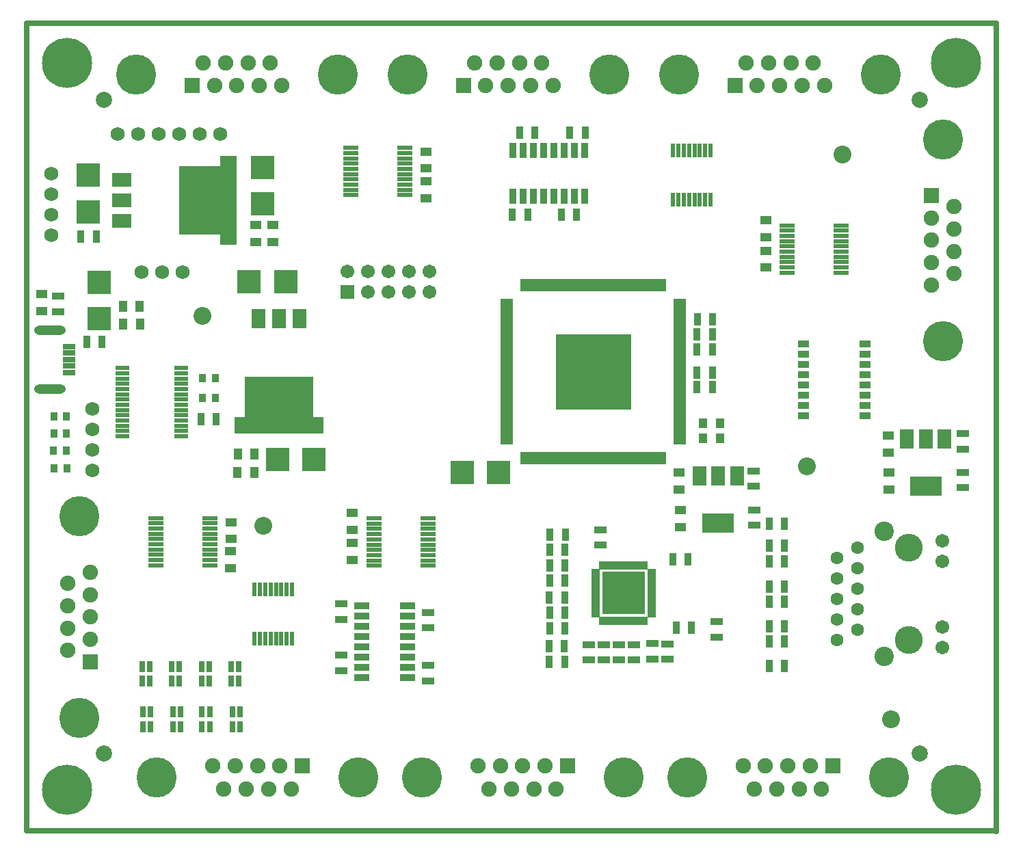
<source format=gts>
G04*
G04 #@! TF.GenerationSoftware,Altium Limited,Altium Designer,18.1.7 (191)*
G04*
G04 Layer_Color=8388736*
%FSLAX24Y24*%
%MOIN*%
G70*
G01*
G75*
%ADD25C,0.0250*%
%ADD56R,0.3360X0.2080*%
%ADD57R,0.0680X0.0930*%
%ADD58R,0.4330X0.0830*%
%ADD59R,0.0552X0.0434*%
%ADD60R,0.0730X0.0320*%
%ADD61C,0.0787*%
%ADD62R,0.1182X0.1182*%
%ADD63R,0.2080X0.3360*%
%ADD64R,0.0930X0.0680*%
%ADD65R,0.0830X0.4330*%
%ADD66R,0.0631X0.0277*%
%ADD67R,0.0592X0.0356*%
%ADD68R,0.0434X0.0552*%
%ADD69R,0.0356X0.0592*%
%ADD70R,0.0671X0.0237*%
%ADD71R,0.0356X0.0395*%
%ADD72R,0.0399X0.0190*%
%ADD73R,0.0190X0.0399*%
%ADD74R,0.2088X0.2088*%
%ADD75R,0.0671X0.0926*%
%ADD76R,0.1576X0.0926*%
%ADD77R,0.0240X0.0705*%
%ADD78R,0.0320X0.0730*%
%ADD79R,0.0722X0.0249*%
%ADD80R,0.1182X0.1182*%
%ADD81R,0.0316X0.0552*%
%ADD82R,0.3655X0.3655*%
%ADD83R,0.0631X0.0198*%
%ADD84R,0.0198X0.0631*%
%ADD85R,0.0434X0.0474*%
%ADD86R,0.0580X0.0379*%
%ADD87C,0.0680*%
%ADD88C,0.0671*%
%ADD89R,0.0671X0.0671*%
%ADD90C,0.2442*%
%ADD91O,0.1537X0.0434*%
%ADD92C,0.1954*%
%ADD93R,0.0749X0.0749*%
%ADD94C,0.0749*%
%ADD95R,0.0749X0.0749*%
%ADD96C,0.0867*%
%ADD97C,0.0946*%
%ADD98C,0.0631*%
%ADD99C,0.1360*%
%ADD100C,0.0580*%
%ADD101C,0.0360*%
D25*
X0Y0D02*
X27Y-27D01*
X47257D01*
X47261Y-32D01*
Y49D01*
Y39359D01*
X47263Y39361D01*
X20D02*
X47263D01*
X0Y39340D02*
X20Y39361D01*
X0Y0D02*
Y39340D01*
D56*
X12295Y21097D02*
D03*
D57*
X11295Y24947D02*
D03*
X12295D02*
D03*
X13295D02*
D03*
D58*
X12295Y19747D02*
D03*
D59*
X15869Y13196D02*
D03*
Y14023D02*
D03*
X9931Y13622D02*
D03*
Y12795D02*
D03*
X19446Y33100D02*
D03*
Y32274D02*
D03*
X19446Y31647D02*
D03*
Y30820D02*
D03*
X11150Y29520D02*
D03*
Y28693D02*
D03*
X11990Y29513D02*
D03*
Y28687D02*
D03*
X733Y26143D02*
D03*
Y25316D02*
D03*
X31801Y17436D02*
D03*
Y16609D02*
D03*
X31841Y15616D02*
D03*
Y14789D02*
D03*
X42018Y17442D02*
D03*
Y16615D02*
D03*
X41978Y19262D02*
D03*
Y18435D02*
D03*
X36023Y28909D02*
D03*
Y29736D02*
D03*
Y27439D02*
D03*
Y28266D02*
D03*
X9943Y14206D02*
D03*
Y15033D02*
D03*
X15869Y15480D02*
D03*
Y14653D02*
D03*
D60*
X18552Y7467D02*
D03*
Y7967D02*
D03*
Y8467D02*
D03*
Y8967D02*
D03*
Y9467D02*
D03*
Y9967D02*
D03*
Y10467D02*
D03*
Y10967D02*
D03*
X16322D02*
D03*
Y10467D02*
D03*
Y9967D02*
D03*
Y9467D02*
D03*
Y8967D02*
D03*
Y8467D02*
D03*
Y7967D02*
D03*
Y7467D02*
D03*
D61*
X3740Y35630D02*
D03*
X43504Y3740D02*
D03*
X3740D02*
D03*
X43504Y35630D02*
D03*
D62*
X12607Y26758D02*
D03*
X10835D02*
D03*
X13975Y18077D02*
D03*
X12204D02*
D03*
X22984Y17447D02*
D03*
X21213D02*
D03*
D63*
X8470Y30720D02*
D03*
D64*
X4620Y29720D02*
D03*
Y30720D02*
D03*
Y31720D02*
D03*
D65*
X9820Y30720D02*
D03*
D66*
X2070Y22328D02*
D03*
Y22643D02*
D03*
Y22958D02*
D03*
Y23273D02*
D03*
Y23587D02*
D03*
D67*
X1531Y25297D02*
D03*
Y26045D02*
D03*
X27937Y13917D02*
D03*
Y14665D02*
D03*
X27381Y9064D02*
D03*
Y8316D02*
D03*
X28111Y9064D02*
D03*
Y8316D02*
D03*
X28851D02*
D03*
Y9064D02*
D03*
X29581Y9058D02*
D03*
Y8310D02*
D03*
X30471Y9104D02*
D03*
Y8356D02*
D03*
X31211Y8346D02*
D03*
Y9094D02*
D03*
X35451Y15627D02*
D03*
Y14879D02*
D03*
X35431Y17517D02*
D03*
Y16769D02*
D03*
X19540Y8038D02*
D03*
Y7290D02*
D03*
X19540Y9873D02*
D03*
Y10621D02*
D03*
X15326Y10297D02*
D03*
Y11045D02*
D03*
X15326Y8544D02*
D03*
Y7796D02*
D03*
X45608Y19342D02*
D03*
Y18594D02*
D03*
X45628Y17452D02*
D03*
Y16704D02*
D03*
X33617Y10178D02*
D03*
Y9430D02*
D03*
D68*
X4677Y25560D02*
D03*
X5503D02*
D03*
X4697Y24690D02*
D03*
X5523D02*
D03*
X11091Y17452D02*
D03*
X10264D02*
D03*
X11099Y18337D02*
D03*
X10272D02*
D03*
D69*
X3654Y23810D02*
D03*
X2906D02*
D03*
X9221Y20044D02*
D03*
X8473D02*
D03*
X25503Y14408D02*
D03*
X26251D02*
D03*
X26224Y13673D02*
D03*
X25476D02*
D03*
X26224Y12923D02*
D03*
X25476D02*
D03*
X26234Y12175D02*
D03*
X25486D02*
D03*
X26215Y11360D02*
D03*
X25467D02*
D03*
X26225Y10620D02*
D03*
X25477D02*
D03*
X25473Y9839D02*
D03*
X26221D02*
D03*
X26196Y8983D02*
D03*
X25448D02*
D03*
X25458Y8223D02*
D03*
X26206D02*
D03*
X36928Y8028D02*
D03*
X36180D02*
D03*
X36928Y9204D02*
D03*
X36180D02*
D03*
X36928Y9947D02*
D03*
X36180D02*
D03*
X36928Y11140D02*
D03*
X36180D02*
D03*
X36928Y11883D02*
D03*
X36180D02*
D03*
X36928Y13135D02*
D03*
X36180D02*
D03*
X36928Y13878D02*
D03*
X36180D02*
D03*
X36928Y14938D02*
D03*
X36180D02*
D03*
X32659Y21614D02*
D03*
X33407D02*
D03*
X32668Y22328D02*
D03*
X33416D02*
D03*
X32668Y23458D02*
D03*
X33417D02*
D03*
X32668Y24178D02*
D03*
X33416D02*
D03*
X32674Y24918D02*
D03*
X33422D02*
D03*
X26787Y30013D02*
D03*
X26039D02*
D03*
X23659Y30013D02*
D03*
X24407D02*
D03*
X24013Y34025D02*
D03*
X24761D02*
D03*
X26457Y34025D02*
D03*
X27206D02*
D03*
X3380Y28960D02*
D03*
X2632D02*
D03*
X31472Y13205D02*
D03*
X32220D02*
D03*
X31637Y9890D02*
D03*
X32385D02*
D03*
D70*
X7524Y22543D02*
D03*
Y22287D02*
D03*
Y22031D02*
D03*
Y21775D02*
D03*
Y21520D02*
D03*
Y21264D02*
D03*
Y21008D02*
D03*
Y20752D02*
D03*
Y20496D02*
D03*
Y20240D02*
D03*
Y19984D02*
D03*
Y19728D02*
D03*
Y19472D02*
D03*
Y19216D02*
D03*
X4670D02*
D03*
Y19472D02*
D03*
Y19728D02*
D03*
Y19984D02*
D03*
Y20240D02*
D03*
Y20496D02*
D03*
Y20752D02*
D03*
Y21008D02*
D03*
Y21264D02*
D03*
Y21520D02*
D03*
Y21775D02*
D03*
Y22031D02*
D03*
Y22287D02*
D03*
Y22543D02*
D03*
D71*
X8545Y21080D02*
D03*
X9175D02*
D03*
X8546Y22047D02*
D03*
X9175D02*
D03*
X1305Y19350D02*
D03*
X1935D02*
D03*
X1326Y17660D02*
D03*
X1956D02*
D03*
X1301Y18515D02*
D03*
X1931D02*
D03*
X1305Y20169D02*
D03*
X1935D02*
D03*
D72*
X30439Y10487D02*
D03*
Y10684D02*
D03*
Y10881D02*
D03*
Y11078D02*
D03*
Y11275D02*
D03*
Y11472D02*
D03*
Y11669D02*
D03*
Y11865D02*
D03*
Y12062D02*
D03*
Y12259D02*
D03*
Y12456D02*
D03*
Y12653D02*
D03*
X27722D02*
D03*
Y12456D02*
D03*
Y12259D02*
D03*
Y12062D02*
D03*
Y11865D02*
D03*
Y11669D02*
D03*
Y11472D02*
D03*
Y11275D02*
D03*
Y11078D02*
D03*
Y10881D02*
D03*
Y10684D02*
D03*
Y10487D02*
D03*
D73*
X30163Y12928D02*
D03*
X29967D02*
D03*
X29770D02*
D03*
X29573D02*
D03*
X29376D02*
D03*
X29179D02*
D03*
X28982D02*
D03*
X28785D02*
D03*
X28589D02*
D03*
X28392D02*
D03*
X28195D02*
D03*
X27998D02*
D03*
Y10212D02*
D03*
X28195D02*
D03*
X28392D02*
D03*
X28589D02*
D03*
X28785D02*
D03*
X28982D02*
D03*
X29179D02*
D03*
X29376D02*
D03*
X29573D02*
D03*
X29770D02*
D03*
X29967D02*
D03*
X30163D02*
D03*
D74*
X29081Y11570D02*
D03*
D75*
X44714Y19100D02*
D03*
X43808D02*
D03*
X42903D02*
D03*
X32796Y17274D02*
D03*
X33701D02*
D03*
X34607D02*
D03*
D76*
X43808Y16797D02*
D03*
X33701Y14971D02*
D03*
D77*
X31500Y33148D02*
D03*
X31760D02*
D03*
X32020D02*
D03*
X32280D02*
D03*
X32540D02*
D03*
X32800D02*
D03*
X33060D02*
D03*
X33320D02*
D03*
Y30753D02*
D03*
X33060D02*
D03*
X32800D02*
D03*
X32540D02*
D03*
X32280D02*
D03*
X32020D02*
D03*
X31760D02*
D03*
X31500D02*
D03*
X11358Y9352D02*
D03*
X11618D02*
D03*
X11098D02*
D03*
X11878D02*
D03*
X12138D02*
D03*
X12398D02*
D03*
X12658D02*
D03*
X12918D02*
D03*
Y11747D02*
D03*
X12658D02*
D03*
X12398D02*
D03*
X12138D02*
D03*
X11878D02*
D03*
X11618D02*
D03*
X11358D02*
D03*
X11098D02*
D03*
D78*
X23684Y30930D02*
D03*
X24184D02*
D03*
X24684D02*
D03*
X25184D02*
D03*
X25684D02*
D03*
X27184D02*
D03*
Y33160D02*
D03*
X26684D02*
D03*
X26184D02*
D03*
X25684D02*
D03*
X25184D02*
D03*
X24684D02*
D03*
X24184D02*
D03*
X23684D02*
D03*
X26684Y30930D02*
D03*
X26184D02*
D03*
D79*
X6295Y12931D02*
D03*
Y13186D02*
D03*
Y13442D02*
D03*
Y13698D02*
D03*
Y13954D02*
D03*
Y14210D02*
D03*
Y14466D02*
D03*
Y14722D02*
D03*
Y14978D02*
D03*
Y15234D02*
D03*
X8929Y15234D02*
D03*
Y14978D02*
D03*
Y14722D02*
D03*
Y14466D02*
D03*
Y14210D02*
D03*
Y13954D02*
D03*
Y13698D02*
D03*
Y13442D02*
D03*
Y13186D02*
D03*
Y12931D02*
D03*
X16905Y15214D02*
D03*
Y14958D02*
D03*
Y14702D02*
D03*
Y14446D02*
D03*
Y14191D02*
D03*
Y13935D02*
D03*
Y13679D02*
D03*
Y13423D02*
D03*
Y13167D02*
D03*
Y12911D02*
D03*
X19539Y12911D02*
D03*
Y13167D02*
D03*
Y13423D02*
D03*
Y13679D02*
D03*
Y13935D02*
D03*
Y14191D02*
D03*
Y14446D02*
D03*
Y14702D02*
D03*
Y14958D02*
D03*
Y15214D02*
D03*
X37053Y29500D02*
D03*
Y29244D02*
D03*
Y28988D02*
D03*
Y28733D02*
D03*
Y28477D02*
D03*
Y28221D02*
D03*
Y27965D02*
D03*
Y27709D02*
D03*
Y27453D02*
D03*
Y27197D02*
D03*
X39687Y27197D02*
D03*
Y27453D02*
D03*
Y27709D02*
D03*
Y27965D02*
D03*
Y28221D02*
D03*
Y28477D02*
D03*
Y28733D02*
D03*
Y28989D02*
D03*
Y29244D02*
D03*
Y29500D02*
D03*
X18406Y30972D02*
D03*
Y31228D02*
D03*
Y31484D02*
D03*
Y31740D02*
D03*
Y31996D02*
D03*
Y32251D02*
D03*
Y32507D02*
D03*
Y32763D02*
D03*
Y33019D02*
D03*
Y33275D02*
D03*
X15772Y33275D02*
D03*
Y33019D02*
D03*
Y32763D02*
D03*
Y32507D02*
D03*
Y32251D02*
D03*
Y31996D02*
D03*
Y31740D02*
D03*
Y31484D02*
D03*
Y31228D02*
D03*
Y30972D02*
D03*
D80*
X3520Y24938D02*
D03*
Y26710D02*
D03*
X11500Y30560D02*
D03*
Y32332D02*
D03*
X2990Y30168D02*
D03*
Y31940D02*
D03*
D81*
X10318Y7984D02*
D03*
Y7275D02*
D03*
X9944Y7984D02*
D03*
Y7275D02*
D03*
X7428Y7984D02*
D03*
Y7275D02*
D03*
X7054Y7984D02*
D03*
Y7275D02*
D03*
X10384Y5774D02*
D03*
Y5066D02*
D03*
X10010Y5774D02*
D03*
Y5066D02*
D03*
X5988Y7984D02*
D03*
Y7275D02*
D03*
X5614Y7984D02*
D03*
Y7275D02*
D03*
X8904Y5774D02*
D03*
Y5066D02*
D03*
X8530Y5774D02*
D03*
Y5066D02*
D03*
X7484Y5774D02*
D03*
Y5066D02*
D03*
X7110Y5774D02*
D03*
Y5066D02*
D03*
X6014Y5774D02*
D03*
Y5066D02*
D03*
X5640Y5774D02*
D03*
Y5066D02*
D03*
X8888Y7984D02*
D03*
Y7275D02*
D03*
X8514Y7984D02*
D03*
Y7275D02*
D03*
D82*
X27608Y22358D02*
D03*
D83*
X31821Y25803D02*
D03*
Y25606D02*
D03*
Y25409D02*
D03*
Y25212D02*
D03*
Y25015D02*
D03*
Y24818D02*
D03*
Y24622D02*
D03*
Y24425D02*
D03*
Y24228D02*
D03*
Y24031D02*
D03*
Y23834D02*
D03*
Y23637D02*
D03*
Y23441D02*
D03*
Y23244D02*
D03*
Y23047D02*
D03*
Y22850D02*
D03*
Y22653D02*
D03*
Y22456D02*
D03*
Y22259D02*
D03*
Y22063D02*
D03*
Y21866D02*
D03*
Y21669D02*
D03*
Y21472D02*
D03*
Y21275D02*
D03*
Y21078D02*
D03*
Y20881D02*
D03*
Y20685D02*
D03*
Y20488D02*
D03*
Y20291D02*
D03*
Y20094D02*
D03*
Y19897D02*
D03*
Y19700D02*
D03*
Y19504D02*
D03*
Y19307D02*
D03*
Y19110D02*
D03*
Y18913D02*
D03*
X23395D02*
D03*
Y19110D02*
D03*
Y19307D02*
D03*
Y19504D02*
D03*
Y19700D02*
D03*
Y19897D02*
D03*
Y20094D02*
D03*
Y20291D02*
D03*
Y20488D02*
D03*
Y20685D02*
D03*
Y20881D02*
D03*
Y21078D02*
D03*
Y21275D02*
D03*
Y21472D02*
D03*
Y21669D02*
D03*
Y21866D02*
D03*
Y22063D02*
D03*
Y22259D02*
D03*
Y22456D02*
D03*
Y22653D02*
D03*
Y22850D02*
D03*
Y23047D02*
D03*
Y23244D02*
D03*
Y23441D02*
D03*
Y23637D02*
D03*
Y23834D02*
D03*
Y24031D02*
D03*
Y24228D02*
D03*
Y24425D02*
D03*
Y24622D02*
D03*
Y24818D02*
D03*
Y25015D02*
D03*
Y25212D02*
D03*
Y25409D02*
D03*
Y25606D02*
D03*
Y25803D02*
D03*
D84*
X31053Y18145D02*
D03*
X30856D02*
D03*
X30659D02*
D03*
X30462D02*
D03*
X30265D02*
D03*
X30069D02*
D03*
X29872D02*
D03*
X29675D02*
D03*
X29478D02*
D03*
X29281D02*
D03*
X29084D02*
D03*
X28887D02*
D03*
X28691D02*
D03*
X28494D02*
D03*
X28297D02*
D03*
X28100D02*
D03*
X27903D02*
D03*
X27706D02*
D03*
X27510D02*
D03*
X27313D02*
D03*
X27116D02*
D03*
X26919D02*
D03*
X26722D02*
D03*
X26525D02*
D03*
X26328D02*
D03*
X26132D02*
D03*
X25935D02*
D03*
X25738D02*
D03*
X25541D02*
D03*
X25344D02*
D03*
X25147D02*
D03*
X24950D02*
D03*
X24754D02*
D03*
X24557D02*
D03*
X24360D02*
D03*
X24163D02*
D03*
Y26570D02*
D03*
X24360D02*
D03*
X24557D02*
D03*
X24754D02*
D03*
X24950D02*
D03*
X25147D02*
D03*
X25344D02*
D03*
X25541D02*
D03*
X25738D02*
D03*
X25935D02*
D03*
X26132D02*
D03*
X26328D02*
D03*
X26525D02*
D03*
X26722D02*
D03*
X26919D02*
D03*
X27116D02*
D03*
X27313D02*
D03*
X27510D02*
D03*
X27706D02*
D03*
X27903D02*
D03*
X28100D02*
D03*
X28297D02*
D03*
X28494D02*
D03*
X28691D02*
D03*
X28887D02*
D03*
X29084D02*
D03*
X29281D02*
D03*
X29478D02*
D03*
X29675D02*
D03*
X29872D02*
D03*
X30069D02*
D03*
X30265D02*
D03*
X30462D02*
D03*
X30659D02*
D03*
X30856D02*
D03*
X31053D02*
D03*
D85*
X32960Y19120D02*
D03*
Y19868D02*
D03*
X33786Y19120D02*
D03*
Y19868D02*
D03*
D86*
X37855Y22734D02*
D03*
Y22234D02*
D03*
Y21734D02*
D03*
Y21234D02*
D03*
Y20734D02*
D03*
Y20234D02*
D03*
X40855Y22734D02*
D03*
Y22234D02*
D03*
Y21734D02*
D03*
Y21234D02*
D03*
Y20734D02*
D03*
Y20234D02*
D03*
Y23234D02*
D03*
X37855D02*
D03*
Y23734D02*
D03*
X40855D02*
D03*
D87*
X4435Y33942D02*
D03*
X5435D02*
D03*
X6435D02*
D03*
X7435D02*
D03*
X8435D02*
D03*
X9435D02*
D03*
X6600Y27210D02*
D03*
X5600D02*
D03*
X7600D02*
D03*
X1180Y32030D02*
D03*
Y31030D02*
D03*
Y30030D02*
D03*
Y29030D02*
D03*
X3198Y17548D02*
D03*
Y18548D02*
D03*
Y19548D02*
D03*
Y20548D02*
D03*
D88*
X19611Y27243D02*
D03*
Y26243D02*
D03*
X18611Y27243D02*
D03*
Y26243D02*
D03*
X17611Y27243D02*
D03*
Y26243D02*
D03*
X16611Y27243D02*
D03*
Y26243D02*
D03*
X15611Y27243D02*
D03*
X44620Y8911D02*
D03*
Y9911D02*
D03*
Y13132D02*
D03*
Y14132D02*
D03*
D89*
X15611Y26243D02*
D03*
D90*
X45276Y1969D02*
D03*
X1969Y37402D02*
D03*
Y1969D02*
D03*
X45276Y37402D02*
D03*
D91*
X1125Y24395D02*
D03*
Y21521D02*
D03*
D92*
X6320Y2594D02*
D03*
X16158D02*
D03*
X19246D02*
D03*
X29084D02*
D03*
X32172D02*
D03*
X42011D02*
D03*
X44638Y23854D02*
D03*
Y33693D02*
D03*
X28380Y36866D02*
D03*
X18542D02*
D03*
X15149D02*
D03*
X5310D02*
D03*
X2542Y15326D02*
D03*
Y5487D02*
D03*
X31773Y36866D02*
D03*
X41612D02*
D03*
D93*
X13420Y3153D02*
D03*
X26346D02*
D03*
X39272D02*
D03*
X21280Y36307D02*
D03*
X8048D02*
D03*
X34511D02*
D03*
D94*
X12875Y2035D02*
D03*
X12330Y3153D02*
D03*
X11784Y2035D02*
D03*
X11239Y3153D02*
D03*
X10694Y2035D02*
D03*
X10148Y3153D02*
D03*
X9603Y2035D02*
D03*
X9058Y3153D02*
D03*
X25801Y2035D02*
D03*
X25256Y3153D02*
D03*
X24710Y2035D02*
D03*
X24165Y3153D02*
D03*
X23620Y2035D02*
D03*
X23075Y3153D02*
D03*
X22529Y2035D02*
D03*
X21984Y3153D02*
D03*
X38727Y2035D02*
D03*
X38182Y3153D02*
D03*
X37637Y2035D02*
D03*
X37091Y3153D02*
D03*
X36546Y2035D02*
D03*
X36001Y3153D02*
D03*
X35456Y2035D02*
D03*
X34910Y3153D02*
D03*
X45197Y30409D02*
D03*
X44079Y29864D02*
D03*
X45197Y29319D02*
D03*
X44079Y28774D02*
D03*
X45197Y28228D02*
D03*
X44079Y27683D02*
D03*
X45197Y27138D02*
D03*
X44079Y26593D02*
D03*
X21825Y37425D02*
D03*
X22370Y36307D02*
D03*
X22916Y37425D02*
D03*
X23461Y36307D02*
D03*
X24006Y37425D02*
D03*
X24552Y36307D02*
D03*
X25097Y37425D02*
D03*
X25642Y36307D02*
D03*
X8594Y37425D02*
D03*
X9139Y36307D02*
D03*
X9684Y37425D02*
D03*
X10230Y36307D02*
D03*
X10775Y37425D02*
D03*
X11320Y36307D02*
D03*
X11865Y37425D02*
D03*
X12411Y36307D02*
D03*
X1983Y8770D02*
D03*
X3101Y9316D02*
D03*
X1983Y9861D02*
D03*
X3101Y10406D02*
D03*
X1983Y10952D02*
D03*
X3101Y11497D02*
D03*
X1983Y12042D02*
D03*
X3101Y12587D02*
D03*
X38874Y36307D02*
D03*
X38328Y37425D02*
D03*
X37783Y36307D02*
D03*
X37238Y37425D02*
D03*
X36693Y36307D02*
D03*
X36147Y37425D02*
D03*
X35602Y36307D02*
D03*
X35057Y37425D02*
D03*
D95*
X44079Y30955D02*
D03*
X3101Y8225D02*
D03*
D96*
X8554Y25090D02*
D03*
X39762Y32962D02*
D03*
X11531Y14854D02*
D03*
X38025Y17748D02*
D03*
X42107Y5428D02*
D03*
D97*
X41788Y14571D02*
D03*
Y8473D02*
D03*
D98*
X39488Y9272D02*
D03*
Y10272D02*
D03*
Y11272D02*
D03*
Y12272D02*
D03*
Y13272D02*
D03*
X40489Y9772D02*
D03*
Y10772D02*
D03*
Y11772D02*
D03*
Y12772D02*
D03*
Y13772D02*
D03*
D99*
X42989D02*
D03*
Y9272D02*
D03*
D100*
X11195Y20247D02*
D03*
X13445D02*
D03*
X12345D02*
D03*
X12945Y21247D02*
D03*
X11795D02*
D03*
X9320Y29620D02*
D03*
Y31870D02*
D03*
Y30770D02*
D03*
X8320Y31370D02*
D03*
Y30220D02*
D03*
D101*
X29124Y23441D02*
D03*
Y22574D02*
D03*
Y21708D02*
D03*
X26092Y20842D02*
D03*
Y21275D02*
D03*
Y21708D02*
D03*
Y22141D02*
D03*
Y22574D02*
D03*
Y23007D02*
D03*
Y23441D02*
D03*
Y23874D02*
D03*
X26525Y20842D02*
D03*
Y21275D02*
D03*
Y21708D02*
D03*
Y22141D02*
D03*
Y22574D02*
D03*
Y23007D02*
D03*
Y23441D02*
D03*
Y23874D02*
D03*
X26958Y20842D02*
D03*
Y21275D02*
D03*
Y21708D02*
D03*
Y22141D02*
D03*
Y22574D02*
D03*
Y23007D02*
D03*
Y23441D02*
D03*
Y23874D02*
D03*
X27391Y20842D02*
D03*
Y21275D02*
D03*
Y21708D02*
D03*
Y22141D02*
D03*
Y22574D02*
D03*
Y23007D02*
D03*
Y23441D02*
D03*
Y23874D02*
D03*
X27824Y20842D02*
D03*
Y21275D02*
D03*
Y21708D02*
D03*
Y22141D02*
D03*
Y22574D02*
D03*
Y23007D02*
D03*
Y23441D02*
D03*
Y23874D02*
D03*
X28258Y20842D02*
D03*
Y21275D02*
D03*
Y21708D02*
D03*
Y22141D02*
D03*
Y22574D02*
D03*
Y23007D02*
D03*
Y23441D02*
D03*
Y23874D02*
D03*
X28691Y20842D02*
D03*
Y21275D02*
D03*
Y21708D02*
D03*
Y22141D02*
D03*
Y22574D02*
D03*
Y23007D02*
D03*
Y23441D02*
D03*
Y23874D02*
D03*
X29124Y20842D02*
D03*
Y21275D02*
D03*
Y22141D02*
D03*
Y23007D02*
D03*
Y23874D02*
D03*
M02*

</source>
